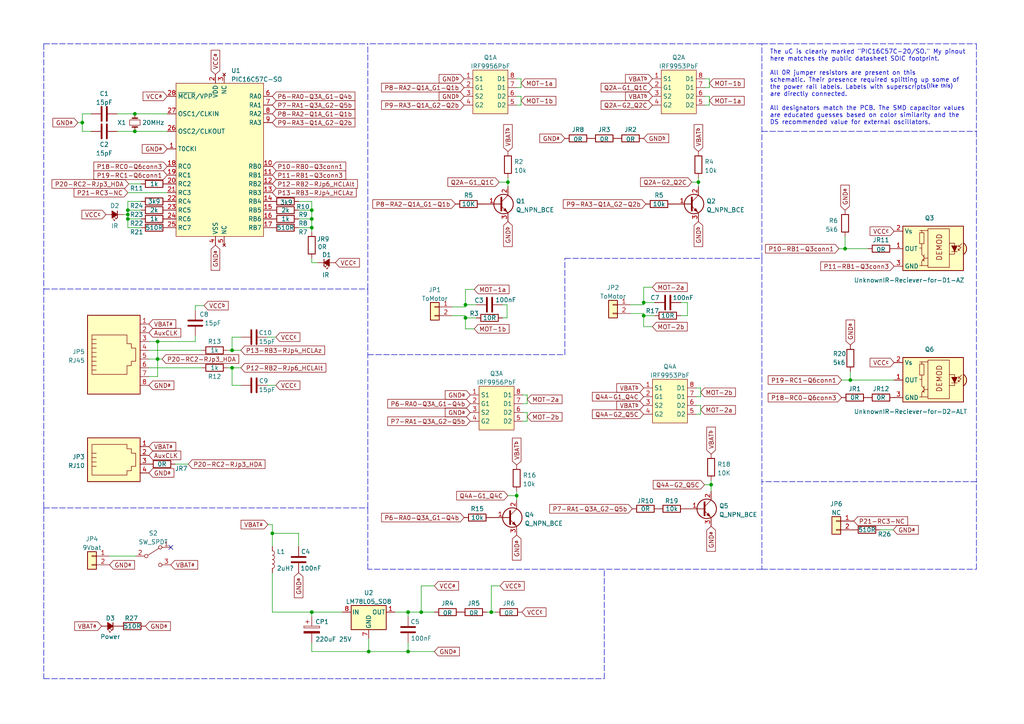
<source format=kicad_sch>
(kicad_sch (version 20211123) (generator eeschema)
  (paper "A4")
  (title_block (title "ETX60 Reverse Traced Schematic") (date "2022-05-15") (rev "1.1") (company "github.com/Upcycle-Electronics") (comment 1 "Early board revision marked \"2000 Meade Instruments Corp. 15-6855-00 REV B-C\"") (comment 2 "This document likely contains human errors. Use this at your own risk.") (comment 3 "Use this as a starting point for your own repair attempts."))
  (lib_symbols
    (symbol "Connector:RJ10" (pin_names (offset 1.016))
      (property "Reference" "J" (at -5.08 8.89 0))
      (property "Value" "RJ10" (at 2.54 8.89 0))
      (symbol "RJ10_0_1"
        (polyline (pts (xy -6.35 -0.635) (xy -5.08 -0.635) (xy -5.08 -0.635)))
        (polyline (pts (xy -6.35 0.635) (xy -5.08 0.635) (xy -5.08 0.635)))
        (polyline (pts (xy -6.35 1.905) (xy -5.08 1.905) (xy -5.08 1.905)))
        (polyline (pts (xy -6.35 3.175) (xy -5.08 3.175) (xy -5.08 3.175)))
        (polyline (pts (xy -6.35 -3.175) (xy -6.35 5.715) (xy -1.27 5.715) (xy 3.81 5.715) (xy 3.81 4.445) (xy 5.08 4.445) (xy 5.08 3.175) (xy 6.35 3.175) (xy 6.35 -0.635) (xy 5.08 -0.635) (xy 5.08 -1.905) (xy 3.81 -1.905) (xy 3.81 -3.175) (xy -6.35 -3.175) (xy -6.35 -3.175)))
        (rectangle (start 7.62 7.62) (end -7.62 -5.08) (stroke (width 0.254)) (fill (type background)))
      )
      (symbol "RJ10_1_1"
        (pin passive line (at 10.16 -2.54 180) (length 2.54) (name "~") (number "1"))
        (pin passive line (at 10.16 0 180) (length 2.54) (name "~") (number "2"))
        (pin passive line (at 10.16 2.54 180) (length 2.54) (name "~") (number "3"))
        (pin passive line (at 10.16 5.08 180) (length 2.54) (name "~") (number "4"))
      )
    )
    (symbol "Connector:RJ45" (pin_names (offset 1.016))
      (property "Reference" "J" (at -5.08 13.97 0))
      (property "Value" "RJ45" (at 2.54 13.97 0))
      (symbol "RJ45_0_1"
        (polyline (pts (xy -5.08 4.445) (xy -6.35 4.445)))
        (polyline (pts (xy -5.08 5.715) (xy -6.35 5.715)))
        (polyline (pts (xy -6.35 -3.175) (xy -5.08 -3.175) (xy -5.08 -3.175)))
        (polyline (pts (xy -6.35 -1.905) (xy -5.08 -1.905) (xy -5.08 -1.905)))
        (polyline (pts (xy -6.35 -0.635) (xy -5.08 -0.635) (xy -5.08 -0.635)))
        (polyline (pts (xy -6.35 0.635) (xy -5.08 0.635) (xy -5.08 0.635)))
        (polyline (pts (xy -6.35 1.905) (xy -5.08 1.905) (xy -5.08 1.905)))
        (polyline (pts (xy -5.08 3.175) (xy -6.35 3.175) (xy -6.35 3.175)))
        (polyline (pts (xy -6.35 -4.445) (xy -6.35 6.985) (xy 3.81 6.985) (xy 3.81 4.445) (xy 5.08 4.445) (xy 5.08 3.175) (xy 6.35 3.175) (xy 6.35 -0.635) (xy 5.08 -0.635) (xy 5.08 -1.905) (xy 3.81 -1.905) (xy 3.81 -4.445) (xy -6.35 -4.445) (xy -6.35 -4.445)))
        (rectangle (start 7.62 12.7) (end -7.62 -10.16) (stroke (width 0.254)) (fill (type background)))
      )
      (symbol "RJ45_1_1"
        (pin passive line (at 10.16 -7.62 180) (length 2.54) (name "~") (number "1"))
        (pin passive line (at 10.16 -5.08 180) (length 2.54) (name "~") (number "2"))
        (pin passive line (at 10.16 -2.54 180) (length 2.54) (name "~") (number "3"))
        (pin passive line (at 10.16 0 180) (length 2.54) (name "~") (number "4"))
        (pin passive line (at 10.16 2.54 180) (length 2.54) (name "~") (number "5"))
        (pin passive line (at 10.16 5.08 180) (length 2.54) (name "~") (number "6"))
        (pin passive line (at 10.16 7.62 180) (length 2.54) (name "~") (number "7"))
        (pin passive line (at 10.16 10.16 180) (length 2.54) (name "~") (number "8"))
      )
    )
    (symbol "Connector_Generic:Conn_01x02" (pin_names (offset 1.016) hide)
      (property "Reference" "J" (at 0 2.54 0))
      (property "Value" "Conn_01x02" (at 0 -5.08 0))
      (symbol "Conn_01x02_1_1"
        (rectangle (start -1.27 -2.413) (end 0 -2.667) (stroke (width 0.1524)))
        (rectangle (start -1.27 0.127) (end 0 -0.127) (stroke (width 0.1524)))
        (rectangle (start -1.27 1.27) (end 1.27 -3.81) (stroke (width 0.254)) (fill (type background)))
        (pin passive line (at -5.08 0 0) (length 3.81) (name "Pin_1") (number "1"))
        (pin passive line (at -5.08 -2.54 0) (length 3.81) (name "Pin_2") (number "2"))
      )
    )
    (symbol "Device:C" (pin_numbers hide) (pin_names (offset 0.254))
      (property "Reference" "C" (at 0.635 2.54 0))
      (property "Value" "C" (at 0.635 -2.54 0))
      (symbol "C_0_1"
        (polyline (pts (xy -2.032 -0.762) (xy 2.032 -0.762)) (stroke (width 0.508)))
        (polyline (pts (xy -2.032 0.762) (xy 2.032 0.762)) (stroke (width 0.508)))
      )
      (symbol "C_1_1"
        (pin passive line (at 0 3.81 270) (length 2.794) (name "~") (number "1"))
        (pin passive line (at 0 -3.81 90) (length 2.794) (name "~") (number "2"))
      )
    )
    (symbol "Device:C_Polarized" (pin_numbers hide) (pin_names (offset 0.254))
      (property "Reference" "C" (at 0.635 2.54 0))
      (property "Value" "C_Polarized" (at 0.635 -2.54 0))
      (symbol "C_Polarized_0_1"
        (rectangle (start -2.286 0.508) (end 2.286 1.016))
        (polyline (pts (xy -1.778 2.286) (xy -0.762 2.286)))
        (polyline (pts (xy -1.27 2.794) (xy -1.27 1.778)))
        (rectangle (start 2.286 -0.508) (end -2.286 -1.016) (fill (type outline)))
      )
      (symbol "C_Polarized_1_1"
        (pin passive line (at 0 3.81 270) (length 2.794) (name "~") (number "1"))
        (pin passive line (at 0 -3.81 90) (length 2.794) (name "~") (number "2"))
      )
    )
    (symbol "Device:Crystal_Small" (pin_numbers hide) (pin_names (offset 1.016) hide)
      (property "Reference" "Y" (at 0 2.54 0))
      (property "Value" "Crystal_Small" (at 0 -2.54 0))
      (symbol "Crystal_Small_0_1"
        (rectangle (start -0.762 -1.524) (end 0.762 1.524))
        (polyline (pts (xy -1.27 -0.762) (xy -1.27 0.762)) (stroke (width 0.381)))
        (polyline (pts (xy 1.27 -0.762) (xy 1.27 0.762)) (stroke (width 0.381)))
      )
      (symbol "Crystal_Small_1_1"
        (pin passive line (at -2.54 0 0) (length 1.27) (name "1") (number "1"))
        (pin passive line (at 2.54 0 180) (length 1.27) (name "2") (number "2"))
      )
    )
    (symbol "Device:L" (pin_numbers hide) (pin_names (offset 1.016) hide)
      (property "Reference" "L" (at -1.27 0 90))
      (property "Value" "L" (at 1.905 0 90))
      (symbol "L_0_1"
        (arc (start 0 -2.54) (mid 0.635 -1.905) (end 0 -1.27))
        (arc (start 0 -1.27) (mid 0.635 -0.635) (end 0 0))
        (arc (start 0 0) (mid 0.635 0.635) (end 0 1.27))
        (arc (start 0 1.27) (mid 0.635 1.905) (end 0 2.54))
      )
      (symbol "L_1_1"
        (pin passive line (at 0 3.81 270) (length 1.27) (name "1") (number "1"))
        (pin passive line (at 0 -3.81 90) (length 1.27) (name "2") (number "2"))
      )
    )
    (symbol "Device:LED_Small_Filled" (pin_numbers hide) (pin_names (offset 0.254) hide)
      (property "Reference" "D" (at -1.27 3.175 0))
      (property "Value" "LED_Small_Filled" (at -4.445 -2.54 0))
      (symbol "LED_Small_Filled_0_1"
        (polyline (pts (xy -0.762 -1.016) (xy -0.762 1.016)) (stroke (width 0.254)))
        (polyline (pts (xy 1.016 0) (xy -0.762 0)))
        (polyline (pts (xy 0.762 -1.016) (xy -0.762 0) (xy 0.762 1.016) (xy 0.762 -1.016)) (stroke (width 0.254)) (fill (type outline)))
        (polyline (pts (xy 0 0.762) (xy -0.508 1.27) (xy -0.254 1.27) (xy -0.508 1.27) (xy -0.508 1.016)))
        (polyline (pts (xy 0.508 1.27) (xy 0 1.778) (xy 0.254 1.778) (xy 0 1.778) (xy 0 1.524)))
      )
      (symbol "LED_Small_Filled_1_1"
        (pin passive line (at -2.54 0 0) (length 1.778) (name "K") (number "1"))
        (pin passive line (at 2.54 0 180) (length 1.778) (name "A") (number "2"))
      )
    )
    (symbol "Device:Q_NPN_BCE" (pin_names (offset 0) hide)
      (property "Reference" "Q" (at 5.08 1.27 0))
      (property "Value" "Q_NPN_BCE" (at 5.08 -1.27 0))
      (symbol "Q_NPN_BCE_0_1"
        (polyline (pts (xy 0.635 0.635) (xy 2.54 2.54)))
        (polyline (pts (xy 0.635 -0.635) (xy 2.54 -2.54) (xy 2.54 -2.54)))
        (polyline (pts (xy 0.635 1.905) (xy 0.635 -1.905) (xy 0.635 -1.905)) (stroke (width 0.508)))
        (polyline (pts (xy 1.27 -1.778) (xy 1.778 -1.27) (xy 2.286 -2.286) (xy 1.27 -1.778) (xy 1.27 -1.778)) (fill (type outline)))
        (circle (center 1.27 0) (radius 2.8194) (stroke (width 0.254)))
      )
      (symbol "Q_NPN_BCE_1_1"
        (pin input line (at -5.08 0 0) (length 5.715) (name "B") (number "1"))
        (pin passive line (at 2.54 5.08 270) (length 2.54) (name "C") (number "2"))
        (pin passive line (at 2.54 -5.08 90) (length 2.54) (name "E") (number "3"))
      )
    )
    (symbol "Device:R" (pin_numbers hide) (pin_names (offset 0))
      (property "Reference" "R" (at 2.032 0 90))
      (property "Value" "R" (at 0 0 90))
      (symbol "R_0_1"
        (rectangle (start -1.016 -2.54) (end 1.016 2.54) (stroke (width 0.254)))
      )
      (symbol "R_1_1"
        (pin passive line (at 0 3.81 270) (length 1.27) (name "~") (number "1"))
        (pin passive line (at 0 -3.81 90) (length 1.27) (name "~") (number "2"))
      )
    )
    (symbol "My_Components:IRF9953PbF"
      (property "Reference" "Q" (at -5.08 10.16 0))
      (property "Value" "IRF9953PbF" (at 0 7.62 0))
      (symbol "IRF9953PbF_0_1"
        (rectangle (start -5.08 6.35) (end 5.08 -6.35) (stroke (width 0.1524)) (fill (type background)))
      )
      (symbol "IRF9953PbF_1_1"
        (pin input line (at -7.62 3.81 0) (length 2.54) (name "S1") (number "1"))
        (pin input line (at -7.62 1.27 0) (length 2.54) (name "G1") (number "2"))
        (pin input line (at -7.62 -1.27 0) (length 2.54) (name "S2") (number "3"))
        (pin input line (at -7.62 -3.81 0) (length 2.54) (name "G2") (number "4"))
        (pin input line (at 7.62 -3.81 180) (length 2.54) (name "D2") (number "5"))
        (pin input line (at 7.62 -1.27 180) (length 2.54) (name "D2") (number "6"))
        (pin input line (at 7.62 1.27 180) (length 2.54) (name "D1") (number "7"))
        (pin input line (at 7.62 3.81 180) (length 2.54) (name "D1") (number "8"))
      )
    )
    (symbol "My_Components:IRF9956PbF"
      (property "Reference" "Q" (at -5.08 10.16 0))
      (property "Value" "IRF9956PbF" (at 0 7.62 0))
      (symbol "IRF9956PbF_0_1"
        (rectangle (start -5.08 6.35) (end 5.08 -6.35) (stroke (width 0.1524)) (fill (type background)))
      )
      (symbol "IRF9956PbF_1_1"
        (pin input line (at -7.62 3.81 0) (length 2.54) (name "S1") (number "1"))
        (pin input line (at -7.62 1.27 0) (length 2.54) (name "G1") (number "2"))
        (pin input line (at -7.62 -1.27 0) (length 2.54) (name "S2") (number "3"))
        (pin input line (at -7.62 -3.81 0) (length 2.54) (name "G2") (number "4"))
        (pin input line (at 7.62 -3.81 180) (length 2.54) (name "D2") (number "5"))
        (pin input line (at 7.62 -1.27 180) (length 2.54) (name "D2") (number "6"))
        (pin input line (at 7.62 1.27 180) (length 2.54) (name "D1") (number "7"))
        (pin input line (at 7.62 3.81 180) (length 2.54) (name "D1") (number "8"))
      )
    )
    (symbol "My_Components:PIC16C57C-SO"
      (property "Reference" "U" (at 3.81 25.4 0))
      (property "Value" "PIC16C57C-SO" (at 10.16 22.86 0))
      (symbol "PIC16C57C-SO_0_0"
        (text "" (at -5.08 16.51 0) (effects (font (size 1.27 1.27))))
        (text "" (at 3.81 2.54 0) (effects (font (size 1.27 1.27))))
        (text "" (at 3.81 6.35 0) (effects (font (size 1.27 1.27))))
      )
      (symbol "PIC16C57C-SO_0_1"
        (rectangle (start -12.7 21.59) (end 12.7 -22.86) (stroke (width 0.1524)) (fill (type background)))
      )
      (symbol "PIC16C57C-SO_1_1"
        (pin input line (at -15.24 2.54 0) (length 2.54) (name "T0CKI") (number "1"))
        (pin input line (at 15.24 -2.54 180) (length 2.54) (name "RB0") (number "10"))
        (pin input line (at 15.24 -5.08 180) (length 2.54) (name "RB1") (number "11"))
        (pin input line (at 15.24 -7.62 180) (length 2.54) (name "RB2") (number "12"))
        (pin input line (at 15.24 -10.16 180) (length 2.54) (name "RB3") (number "13"))
        (pin input line (at 15.24 -12.7 180) (length 2.54) (name "RB4") (number "14"))
        (pin input line (at 15.24 -15.24 180) (length 2.54) (name "RB5") (number "15"))
        (pin input line (at 15.24 -17.78 180) (length 2.54) (name "RB6") (number "16"))
        (pin input line (at 15.24 -20.32 180) (length 2.54) (name "RB7") (number "17"))
        (pin input line (at -15.24 -2.54 0) (length 2.54) (name "RC0") (number "18"))
        (pin input line (at -15.24 -5.08 0) (length 2.54) (name "RC1") (number "19"))
        (pin input line (at -1.27 24.13 270) (length 2.54) (name "VDD") (number "2"))
        (pin input line (at -15.24 -7.62 0) (length 2.54) (name "RC2") (number "20"))
        (pin input line (at -15.24 -10.16 0) (length 2.54) (name "RC3") (number "21"))
        (pin input line (at -15.24 -12.7 0) (length 2.54) (name "RC4") (number "22"))
        (pin input line (at -15.24 -15.24 0) (length 2.54) (name "RC5") (number "23"))
        (pin input line (at -15.24 -17.78 0) (length 2.54) (name "RC6") (number "24"))
        (pin input line (at -15.24 -20.32 0) (length 2.54) (name "RC7") (number "25"))
        (pin input line (at -15.24 7.62 0) (length 2.54) (name "OSC2/CLKOUT") (number "26"))
        (pin input line (at -15.24 12.7 0) (length 2.54) (name "OSC1/CLKIN") (number "27"))
        (pin input line (at -15.24 17.78 0) (length 2.54) (name "~{MCLR}/VPP") (number "28"))
        (pin no_connect line (at 1.27 24.13 270) (length 2.54) (name "NC") (number "3"))
        (pin input line (at -1.27 -25.4 90) (length 2.54) (name "VSS") (number "4"))
        (pin no_connect line (at 1.27 -25.4 90) (length 2.54) (name "NC") (number "5"))
        (pin input line (at 15.24 17.78 180) (length 2.54) (name "RA0") (number "6"))
        (pin input line (at 15.24 15.24 180) (length 2.54) (name "RA1") (number "7"))
        (pin input line (at 15.24 12.7 180) (length 2.54) (name "RA2") (number "8"))
        (pin input line (at 15.24 10.16 180) (length 2.54) (name "RA3") (number "9"))
      )
    )
    (symbol "My_Components:UnknownIR-Reciever"
      (property "Reference" "U" (at -8.89 0 0))
      (property "Value" "UnknownIR-Reciever" (at -10.16 -7.62 0))
      (symbol "UnknownIR-Reciever_0_0"
        (arc (start -20.2179 1.5875) (mid -21.0208 0) (end -20.2179 -1.5875) (stroke (width 0.254)) (fill (type background)))
        (polyline (pts (xy -8.0259 -4.8895) (xy -9.8039 -4.8895)))
        (polyline (pts (xy -8.0259 5.2705) (xy -9.8039 5.2705)))
        (text "DEMOD" (at -13.1059 0.4445 900) (effects (font (size 1.524 1.524))))
      )
      (symbol "UnknownIR-Reciever_0_1"
        (rectangle (start -20.0909 6.5405) (end -2.54 -6.35) (stroke (width 0.254)) (fill (type background)))
        (rectangle (start -16.0269 5.7785) (end -9.8039 -5.3975))
        (rectangle (start -7.3909 1.4605) (end -8.6609 4.6355))
        (polyline (pts (xy -18.6939 0.5715) (xy -19.5829 1.4605)))
        (polyline (pts (xy -18.6939 0.5715) (xy -19.2019 0.5715)))
        (polyline (pts (xy -18.6939 0.5715) (xy -18.6939 1.0795)))
        (polyline (pts (xy -18.5669 -0.4445) (xy -19.4559 0.4445)))
        (polyline (pts (xy -18.5669 -0.4445) (xy -19.0749 -0.4445)))
        (polyline (pts (xy -18.5669 -0.4445) (xy -18.5669 0.0635)))
        (polyline (pts (xy -18.3129 -0.8255) (xy -16.6619 -0.8255)))
        (polyline (pts (xy -8.6609 -2.7305) (xy -9.8039 -2.7305)))
        (polyline (pts (xy -8.6609 -1.7145) (xy -8.6609 -3.6195)))
        (polyline (pts (xy -8.5339 -3.3655) (xy -8.4069 -3.3655)))
        (polyline (pts (xy -8.2799 -3.3655) (xy -8.4069 -3.3655)))
        (polyline (pts (xy -8.2799 -3.3655) (xy -8.2799 -3.1115)))
        (polyline (pts (xy -8.0259 0.1905) (xy -8.0259 1.4605)))
        (polyline (pts (xy -8.0259 4.6355) (xy -8.0259 5.2705) (xy -7.3909 5.2705)))
        (polyline (pts (xy -18.3129 0.8255) (xy -16.6619 0.8255) (xy -17.5509 -0.8255) (xy -18.3129 0.8255)) (fill (type outline)))
        (polyline (pts (xy -16.0269 1.5875) (xy -17.5509 1.5875) (xy -17.5509 -1.5875) (xy -16.0269 -1.5875)))
        (polyline (pts (xy -8.6609 -2.9845) (xy -8.0259 -3.6195) (xy -8.0259 -4.8895) (xy -7.3909 -4.8895)))
        (polyline (pts (xy -8.6609 -2.3495) (xy -8.0259 -1.7145) (xy -8.0259 0.1905) (xy -7.3909 0.1905)))
      )
      (symbol "UnknownIR-Reciever_1_1"
        (pin output line (at 0 0 180) (length 2.54) (name "OUT") (number "1"))
        (pin power_in line (at 0 5.08 180) (length 2.54) (name "Vs") (number "2"))
        (pin power_in line (at 0 -5.08 180) (length 2.54) (name "GND") (number "3"))
      )
    )
    (symbol "Regulator_Linear:LM78L05_SO8" (pin_names (offset 0.254))
      (property "Reference" "U" (at -3.81 3.175 0))
      (property "Value" "LM78L05_SO8" (at 0 3.175 0))
      (symbol "LM78L05_SO8_0_1"
        (rectangle (start -5.08 1.905) (end 5.08 -5.08) (stroke (width 0.254)) (fill (type background)))
      )
      (symbol "LM78L05_SO8_1_1"
        (pin power_out line (at 7.62 0 180) (length 2.54) (name "OUT") (number "1"))
        (pin passive line (at 0 -7.62 90) (length 2.54) hide (name "GND") (number "2"))
        (pin passive line (at 0 -7.62 90) (length 2.54) hide (name "GND") (number "3"))
        (pin no_connect line (at -5.08 -2.54 0) (length 2.54) hide (name "NC") (number "4"))
        (pin no_connect line (at 5.08 -2.54 180) (length 2.54) hide (name "NC") (number "5"))
        (pin passive line (at 0 -7.62 90) (length 2.54) hide (name "GND") (number "6"))
        (pin power_in line (at 0 -7.62 90) (length 2.54) (name "GND") (number "7"))
        (pin power_in line (at -7.62 0 0) (length 2.54) (name "IN") (number "8"))
      )
    )
    (symbol "Switch:SW_SPDT" (pin_names (offset 0) hide)
      (property "Reference" "SW" (at 0 4.318 0))
      (property "Value" "SW_SPDT" (at 0 -5.08 0))
      (symbol "SW_SPDT_0_0"
        (circle (center -2.032 0) (radius 0.508))
        (circle (center 2.032 -2.54) (radius 0.508))
      )
      (symbol "SW_SPDT_0_1"
        (polyline (pts (xy -1.524 0.254) (xy 1.651 2.286)))
        (circle (center 2.032 2.54) (radius 0.508))
      )
      (symbol "SW_SPDT_1_1"
        (pin passive line (at 5.08 2.54 180) (length 2.54) (name "A") (number "1"))
        (pin passive line (at -5.08 0 0) (length 2.54) (name "B") (number "2"))
        (pin passive line (at 5.08 -2.54 180) (length 2.54) (name "C") (number "3"))
      )
    )
  )
  (junction (at 37.084 62.23))
  (junction (at 90.424 66.04))
  (junction (at 45.72 99.06))
  (junction (at 246.634 110.236))
  (junction (at 39.116 38.1))
  (junction (at 67.31 101.6))
  (junction (at 90.424 60.96))
  (junction (at 202.565 52.832))
  (junction (at 45.72 104.14))
  (junction (at 135.001 88.392))
  (junction (at 23.876 35.56))
  (junction (at 122.174 177.546))
  (junction (at 78.994 154.686))
  (junction (at 39.116 33.02))
  (junction (at 118.364 188.976))
  (junction (at 106.934 188.976))
  (junction (at 147.32 52.832))
  (junction (at 118.364 177.546))
  (junction (at 142.494 177.546))
  (junction (at 90.424 177.546))
  (junction (at 206.248 140.589))
  (junction (at 135.001 92.202))
  (junction (at 67.31 106.68))
  (junction (at 245.11 72.136))
  (junction (at 37.084 63.5))
  (junction (at 90.424 63.5))
  (junction (at 37.084 60.96))
  (junction (at 186.69 87.757))
  (junction (at 149.86 143.764))
  (junction (at 186.69 91.567))
  (no_connect (at 49.53 158.75))
  (wire (pts (xy 204.47 25.4) (xy 205.74 25.4)))
  (wire (pts (xy 23.876 38.1) (xy 26.416 38.1)))
  (wire (pts (xy 149.86 30.48) (xy 151.13 30.48)))
  (wire (pts (xy 37.084 55.88) (xy 48.514 55.88)))
  (polyline (pts (xy 283.21 165.1) (xy 283.21 139.7)))
  (wire (pts (xy 245.11 72.136) (xy 251.714 72.136)))
  (wire (pts (xy 77.47 97.79) (xy 80.01 97.79)))
  (wire (pts (xy 40.894 66.04) (xy 37.084 66.04)))
  (polyline (pts (xy 165.1 165.1) (xy 106.68 165.1)))
  (polyline (pts (xy 220.98 38.1) (xy 283.21 38.1)))
  (wire (pts (xy 199.39 91.567) (xy 199.39 87.757)))
  (wire (pts (xy 141.224 177.546) (xy 142.494 177.546)))
  (wire (pts (xy 246.634 107.696) (xy 246.634 110.236)))
  (wire (pts (xy 189.23 83.312) (xy 186.69 83.312)))
  (wire (pts (xy 204.343 140.589) (xy 206.248 140.589)))
  (wire (pts (xy 90.424 67.31) (xy 90.424 66.04)))
  (wire (pts (xy 106.934 185.166) (xy 106.934 188.976)))
  (wire (pts (xy 22.606 35.56) (xy 23.876 35.56)))
  (wire (pts (xy 147.066 92.202) (xy 145.796 92.202)))
  (wire (pts (xy 35.814 62.23) (xy 37.084 62.23)))
  (wire (pts (xy 135.001 89.027) (xy 135.001 88.392)))
  (wire (pts (xy 149.86 143.764) (xy 149.86 145.034)))
  (wire (pts (xy 37.084 60.96) (xy 40.894 60.96)))
  (wire (pts (xy 39.116 38.1) (xy 48.514 38.1)))
  (wire (pts (xy 106.934 188.976) (xy 118.364 188.976)))
  (wire (pts (xy 43.18 106.68) (xy 58.42 106.68)))
  (wire (pts (xy 151.13 27.94) (xy 149.86 27.94)))
  (wire (pts (xy 56.642 88.646) (xy 59.182 88.646)))
  (wire (pts (xy 135.001 95.377) (xy 135.001 92.202)))
  (wire (pts (xy 90.424 76.2) (xy 92.202 76.2)))
  (wire (pts (xy 90.424 177.546) (xy 90.424 178.816)))
  (wire (pts (xy 243.332 72.136) (xy 245.11 72.136)))
  (polyline (pts (xy 12.7 147.32) (xy 12.7 196.85)))
  (wire (pts (xy 43.18 99.06) (xy 45.72 99.06)))
  (wire (pts (xy 203.2 115.062) (xy 203.2 112.522)))
  (wire (pts (xy 23.876 33.02) (xy 23.876 35.56)))
  (wire (pts (xy 135.001 83.947) (xy 135.001 88.392)))
  (polyline (pts (xy 283.21 38.1) (xy 283.21 139.7)))
  (wire (pts (xy 90.424 74.93) (xy 90.424 76.2)))
  (wire (pts (xy 186.69 91.567) (xy 186.69 90.932)))
  (wire (pts (xy 43.18 109.22) (xy 45.72 109.22)))
  (polyline (pts (xy 12.7 147.32) (xy 106.68 147.32)))
  (wire (pts (xy 152.908 114.554) (xy 151.638 114.554)))
  (wire (pts (xy 203.2 112.522) (xy 201.93 112.522)))
  (wire (pts (xy 142.494 169.926) (xy 145.034 169.926)))
  (wire (pts (xy 37.084 58.42) (xy 40.894 58.42)))
  (wire (pts (xy 118.364 188.976) (xy 125.984 188.976)))
  (wire (pts (xy 131.191 89.027) (xy 135.001 89.027)))
  (wire (pts (xy 67.31 97.79) (xy 69.85 97.79)))
  (polyline (pts (xy 163.83 102.87) (xy 163.83 74.93)))
  (wire (pts (xy 78.994 152.146) (xy 78.994 154.686)))
  (wire (pts (xy 67.31 106.68) (xy 67.31 111.76)))
  (wire (pts (xy 203.2 120.142) (xy 203.2 117.602)))
  (wire (pts (xy 90.424 60.96) (xy 86.614 60.96)))
  (wire (pts (xy 37.338 53.34) (xy 40.894 53.34)))
  (polyline (pts (xy 220.98 74.93) (xy 220.98 165.1)))
  (wire (pts (xy 205.74 22.86) (xy 204.47 22.86)))
  (wire (pts (xy 86.614 63.5) (xy 90.424 63.5)))
  (wire (pts (xy 86.614 66.04) (xy 90.424 66.04)))
  (wire (pts (xy 125.984 169.926) (xy 122.174 169.926)))
  (polyline (pts (xy 283.21 12.7) (xy 283.21 38.1)))
  (wire (pts (xy 67.31 111.76) (xy 69.85 111.76)))
  (wire (pts (xy 186.69 87.757) (xy 189.865 87.757)))
  (wire (pts (xy 152.908 122.174) (xy 152.908 119.634)))
  (wire (pts (xy 147.32 143.764) (xy 149.86 143.764)))
  (wire (pts (xy 86.614 154.686) (xy 78.994 154.686)))
  (wire (pts (xy 203.2 117.602) (xy 201.93 117.602)))
  (wire (pts (xy 77.724 152.146) (xy 78.994 152.146)))
  (wire (pts (xy 137.541 83.947) (xy 135.001 83.947)))
  (polyline (pts (xy 163.83 74.93) (xy 220.98 74.93)))
  (wire (pts (xy 244.094 110.236) (xy 246.634 110.236)))
  (wire (pts (xy 37.084 63.5) (xy 40.894 63.5)))
  (wire (pts (xy 182.88 88.392) (xy 186.69 88.392)))
  (wire (pts (xy 56.642 97.536) (xy 56.642 99.06)))
  (wire (pts (xy 144.78 52.832) (xy 147.32 52.832)))
  (wire (pts (xy 206.248 139.319) (xy 206.248 140.589)))
  (wire (pts (xy 202.565 52.832) (xy 202.565 54.102)))
  (wire (pts (xy 205.74 27.94) (xy 204.47 27.94)))
  (wire (pts (xy 118.364 186.436) (xy 118.364 188.976)))
  (wire (pts (xy 67.31 101.6) (xy 67.31 97.79)))
  (wire (pts (xy 151.13 25.4) (xy 151.13 22.86)))
  (wire (pts (xy 151.13 30.48) (xy 151.13 27.94)))
  (wire (pts (xy 189.865 91.567) (xy 186.69 91.567)))
  (wire (pts (xy 45.72 104.14) (xy 45.72 109.22)))
  (polyline (pts (xy 220.98 12.7) (xy 283.21 12.7)))
  (wire (pts (xy 90.424 58.42) (xy 90.424 60.96)))
  (wire (pts (xy 90.424 186.436) (xy 90.424 188.976)))
  (wire (pts (xy 152.908 119.634) (xy 151.638 119.634)))
  (wire (pts (xy 197.485 91.567) (xy 199.39 91.567)))
  (wire (pts (xy 145.796 88.392) (xy 147.066 88.392)))
  (wire (pts (xy 43.18 101.6) (xy 58.42 101.6)))
  (polyline (pts (xy 106.68 165.1) (xy 106.68 147.32)))
  (wire (pts (xy 34.036 38.1) (xy 39.116 38.1)))
  (wire (pts (xy 189.23 94.742) (xy 186.69 94.742)))
  (wire (pts (xy 201.93 115.062) (xy 203.2 115.062)))
  (wire (pts (xy 37.084 66.04) (xy 37.084 63.5)))
  (wire (pts (xy 86.614 158.496) (xy 86.614 154.686)))
  (wire (pts (xy 202.565 51.562) (xy 202.565 52.832)))
  (wire (pts (xy 77.47 111.76) (xy 80.01 111.76)))
  (wire (pts (xy 149.86 25.4) (xy 151.13 25.4)))
  (polyline (pts (xy 12.7 12.7) (xy 12.7 83.82)))
  (wire (pts (xy 147.32 52.832) (xy 147.32 54.102)))
  (wire (pts (xy 118.364 177.546) (xy 122.174 177.546)))
  (wire (pts (xy 39.116 33.02) (xy 48.514 33.02)))
  (wire (pts (xy 37.084 62.23) (xy 37.084 60.96)))
  (wire (pts (xy 78.994 166.116) (xy 78.994 177.546)))
  (wire (pts (xy 151.638 117.094) (xy 152.908 117.094)))
  (wire (pts (xy 147.32 51.562) (xy 147.32 52.832)))
  (wire (pts (xy 37.084 63.5) (xy 37.084 62.23)))
  (wire (pts (xy 67.31 101.6) (xy 69.85 101.6)))
  (wire (pts (xy 186.69 83.312) (xy 186.69 87.757)))
  (wire (pts (xy 245.11 68.58) (xy 245.11 72.136)))
  (wire (pts (xy 200.66 52.832) (xy 202.565 52.832)))
  (wire (pts (xy 206.248 140.589) (xy 206.248 142.494)))
  (polyline (pts (xy 12.7 196.85) (xy 175.26 196.85)))
  (wire (pts (xy 151.13 22.86) (xy 149.86 22.86)))
  (wire (pts (xy 26.416 33.02) (xy 23.876 33.02)))
  (wire (pts (xy 45.72 99.06) (xy 45.72 104.14)))
  (wire (pts (xy 152.908 117.094) (xy 152.908 114.554)))
  (polyline (pts (xy 220.98 74.93) (xy 220.98 12.7)))
  (wire (pts (xy 246.634 110.236) (xy 259.334 110.236)))
  (wire (pts (xy 90.424 188.976) (xy 106.934 188.976)))
  (wire (pts (xy 142.494 177.546) (xy 142.494 169.926)))
  (wire (pts (xy 56.642 89.916) (xy 56.642 88.646)))
  (wire (pts (xy 78.994 177.546) (xy 90.424 177.546)))
  (wire (pts (xy 138.176 92.202) (xy 135.001 92.202)))
  (wire (pts (xy 31.75 161.29) (xy 39.37 161.29)))
  (wire (pts (xy 122.174 169.926) (xy 122.174 177.546)))
  (wire (pts (xy 135.001 91.567) (xy 131.191 91.567)))
  (wire (pts (xy 135.001 92.202) (xy 135.001 91.567)))
  (polyline (pts (xy 12.7 83.82) (xy 12.7 147.32)))
  (wire (pts (xy 118.364 177.546) (xy 118.364 178.816)))
  (wire (pts (xy 45.72 99.06) (xy 56.642 99.06)))
  (polyline (pts (xy 106.68 102.87) (xy 163.83 102.87)))
  (wire (pts (xy 186.69 88.392) (xy 186.69 87.757)))
  (wire (pts (xy 90.424 60.96) (xy 90.424 63.5)))
  (wire (pts (xy 23.876 35.56) (xy 23.876 38.1)))
  (wire (pts (xy 78.994 154.686) (xy 78.994 158.496)))
  (wire (pts (xy 205.74 30.48) (xy 205.74 27.94)))
  (wire (pts (xy 45.72 104.14) (xy 46.99 104.14)))
  (wire (pts (xy 122.174 177.546) (xy 125.984 177.546)))
  (polyline (pts (xy 12.7 83.82) (xy 106.68 83.82)))
  (polyline (pts (xy 220.98 12.7) (xy 106.68 12.7)))
  (wire (pts (xy 199.39 87.757) (xy 197.485 87.757)))
  (wire (pts (xy 90.424 177.546) (xy 99.314 177.546)))
  (wire (pts (xy 66.04 101.6) (xy 67.31 101.6)))
  (wire (pts (xy 43.18 104.14) (xy 45.72 104.14)))
  (wire (pts (xy 147.066 88.392) (xy 147.066 92.202)))
  (polyline (pts (xy 283.21 139.7) (xy 220.98 139.7)))
  (wire (pts (xy 135.001 88.392) (xy 138.176 88.392)))
  (wire (pts (xy 137.541 95.377) (xy 135.001 95.377)))
  (polyline (pts (xy 106.68 147.32) (xy 106.68 83.82)))
  (wire (pts (xy 204.47 30.48) (xy 205.74 30.48)))
  (polyline (pts (xy 220.98 165.1) (xy 283.21 165.1)))
  (wire (pts (xy 142.494 177.546) (xy 143.764 177.546)))
  (wire (pts (xy 205.74 25.4) (xy 205.74 22.86)))
  (polyline (pts (xy 106.68 83.82) (xy 106.68 12.7)))
  (wire (pts (xy 90.424 66.04) (xy 90.424 63.5)))
  (wire (pts (xy 149.86 142.494) (xy 149.86 143.764)))
  (wire (pts (xy 50.8 134.62) (xy 54.61 134.62)))
  (wire (pts (xy 34.036 33.02) (xy 39.116 33.02)))
  (wire (pts (xy 114.554 177.546) (xy 118.364 177.546)))
  (polyline (pts (xy 220.98 165.1) (xy 165.1 165.1)))
  (polyline (pts (xy 175.26 196.85) (xy 175.26 165.1)))
  (wire (pts (xy 66.04 106.68) (xy 67.31 106.68)))
  (wire (pts (xy 86.614 58.42) (xy 90.424 58.42)))
  (wire (pts (xy 37.084 60.96) (xy 37.084 58.42)))
  (polyline (pts (xy 12.7 12.7) (xy 106.68 12.7)))
  (wire (pts (xy 151.638 122.174) (xy 152.908 122.174)))
  (wire (pts (xy 67.31 106.68) (xy 69.85 106.68)))
  (wire (pts (xy 186.69 94.742) (xy 186.69 91.567)))
  (wire (pts (xy 255.27 153.67) (xy 259.08 153.67)))
  (wire (pts (xy 201.93 120.142) (xy 203.2 120.142)))
  (wire (pts (xy 186.69 90.932) (xy 182.88 90.932)))
  (text "The uC is clearly marked \"PIC16C57C-20/SO.\" My pinout\nhere matches the public datasheet SOIC footprint.\n\nAll 0R jumper resistors are present on this \nschematic. Their presence required splitting up some of \nthe power rail labels. Labels with superscripts^{(like this)} \nare directly connected. \n\nAll designators match the PCB. The SMD capacitor values\nare educated guesses based on color similarity and the \nDS recommended value for external oscillators. " (at 223.266 36.322 0) (effects (font (size 1.27 1.27)) (justify left bottom)))
  (global_label "MOT-2a" (shape input) (at 152.908 115.824 0) (property "Intersheet References" "${INTERSHEET_REFS}" (effects hide)))
  (global_label "P6-RA0-Q3A_G1-Q4b" (shape input) (at 78.994 27.94 0) (property "Intersheet References" "${INTERSHEET_REFS}" (effects hide)))
  (global_label "VCC^{c}" (shape input) (at 80.01 97.79 0) (property "Intersheet References" "${INTERSHEET_REFS}" (effects hide)))
  (global_label "P13-RB3-RJp4_HCLAz" (shape input) (at 78.994 55.88 0) (property "Intersheet References" "${INTERSHEET_REFS}" (effects hide)))
  (global_label "P20-RC2-RJp3_HDA" (shape input) (at 54.61 134.62 0) (property "Intersheet References" "${INTERSHEET_REFS}" (effects hide)))
  (global_label "GND^{b}" (shape input) (at 134.62 27.94 180) (property "Intersheet References" "${INTERSHEET_REFS}" (effects hide)))
  (global_label "VCC^{b}" (shape input) (at 59.182 88.646 0) (property "Intersheet References" "${INTERSHEET_REFS}" (effects hide)))
  (global_label "VBAT^{a}" (shape input) (at 43.18 93.98 0) (property "Intersheet References" "${INTERSHEET_REFS}" (effects hide)))
  (global_label "P20-RC2-RJp3_HDA" (shape input) (at 46.99 104.14 0) (property "Intersheet References" "${INTERSHEET_REFS}" (effects hide)))
  (global_label "MOT-2a" (shape input) (at 203.2 118.872 0) (property "Intersheet References" "${INTERSHEET_REFS}" (effects hide)))
  (global_label "MOT-1b" (shape input) (at 151.13 29.21 0) (property "Intersheet References" "${INTERSHEET_REFS}" (effects hide)))
  (global_label "GND^{b}" (shape input) (at 134.62 22.86 180) (property "Intersheet References" "${INTERSHEET_REFS}" (effects hide)))
  (global_label "Q4A-G1_Q4C" (shape input) (at 186.69 115.062 180) (property "Intersheet References" "${INTERSHEET_REFS}" (effects hide)))
  (global_label "P7-RA1-Q3A_G2-Q5b" (shape input) (at 78.994 30.48 0) (property "Intersheet References" "${INTERSHEET_REFS}" (effects hide)))
  (global_label "MOT-1a" (shape input) (at 151.13 24.13 0) (property "Intersheet References" "${INTERSHEET_REFS}" (effects hide)))
  (global_label "GND^{b}" (shape input) (at 147.32 64.262 270) (property "Intersheet References" "${INTERSHEET_REFS}" (effects hide)))
  (global_label "VBAT^{a}" (shape input) (at 49.53 163.83 0) (property "Intersheet References" "${INTERSHEET_REFS}" (effects hide)))
  (global_label "P19-RC1-Q6conn1" (shape input) (at 48.514 50.8 180) (property "Intersheet References" "${INTERSHEET_REFS}" (effects hide)))
  (global_label "GND^{a}" (shape input) (at 163.83 40.132 180) (property "Intersheet References" "${INTERSHEET_REFS}" (effects hide)))
  (global_label "GND^{a}" (shape input) (at 22.606 35.56 180) (property "Intersheet References" "${INTERSHEET_REFS}" (effects hide)))
  (global_label "P7-RA1-Q3A_G2-Q5b" (shape input) (at 183.388 147.574 180) (property "Intersheet References" "${INTERSHEET_REFS}" (effects hide)))
  (global_label "GND^{a}" (shape input) (at 62.484 71.12 270) (property "Intersheet References" "${INTERSHEET_REFS}" (effects hide)))
  (global_label "GND^{a}" (shape input) (at 86.614 166.116 270) (property "Intersheet References" "${INTERSHEET_REFS}" (effects hide)))
  (global_label "VCC^{c}" (shape input) (at 259.334 105.156 180) (property "Intersheet References" "${INTERSHEET_REFS}" (effects hide)))
  (global_label "AuxCLK" (shape input) (at 43.18 96.52 0) (property "Intersheet References" "${INTERSHEET_REFS}" (effects hide)))
  (global_label "GND^{a}" (shape input) (at 149.86 155.194 270) (property "Intersheet References" "${INTERSHEET_REFS}" (effects hide)))
  (global_label "GND^{a}" (shape input) (at 245.11 60.96 90) (property "Intersheet References" "${INTERSHEET_REFS}" (effects hide)))
  (global_label "VCC^{b}" (shape input) (at 145.034 169.926 0) (property "Intersheet References" "${INTERSHEET_REFS}" (effects hide)))
  (global_label "GND^{a}" (shape input) (at 246.634 100.076 90) (property "Intersheet References" "${INTERSHEET_REFS}" (effects hide)))
  (global_label "P8-RA2-Q1A_G1-Q1b" (shape input) (at 134.62 25.4 180) (property "Intersheet References" "${INTERSHEET_REFS}" (effects hide)))
  (global_label "P20-RC2-RJp3_HDA" (shape input) (at 37.338 53.34 180) (property "Intersheet References" "${INTERSHEET_REFS}" (effects hide)))
  (global_label "P12-RB2-RJp6_HCLAlt" (shape input) (at 78.994 53.34 0) (property "Intersheet References" "${INTERSHEET_REFS}" (effects hide)))
  (global_label "VBAT^{b}" (shape input) (at 186.69 117.602 180) (property "Intersheet References" "${INTERSHEET_REFS}" (effects hide)))
  (global_label "P7-RA1-Q3A_G2-Q5b" (shape input) (at 136.398 122.174 180) (property "Intersheet References" "${INTERSHEET_REFS}" (effects hide)))
  (global_label "P13-RB3-RJp4_HCLAz" (shape input) (at 69.85 101.6 0) (property "Intersheet References" "${INTERSHEET_REFS}" (effects hide)))
  (global_label "GND^{a}" (shape input) (at 259.08 153.67 0) (property "Intersheet References" "${INTERSHEET_REFS}" (effects hide)))
  (global_label "GND^{a}" (shape input) (at 125.984 188.976 0) (property "Intersheet References" "${INTERSHEET_REFS}" (effects hide)))
  (global_label "P18-RC0-Q6conn3" (shape input) (at 48.514 48.26 180) (property "Intersheet References" "${INTERSHEET_REFS}" (effects hide)))
  (global_label "VBAT^{b}" (shape input) (at 189.23 27.94 180) (property "Intersheet References" "${INTERSHEET_REFS}" (effects hide)))
  (global_label "GND^{a}" (shape input) (at 31.75 163.83 0) (property "Intersheet References" "${INTERSHEET_REFS}" (effects hide)))
  (global_label "VBAT^{a}" (shape input) (at 29.464 181.61 180) (property "Intersheet References" "${INTERSHEET_REFS}" (effects hide)))
  (global_label "P21-RC3-NC" (shape input) (at 247.65 151.13 0) (property "Intersheet References" "${INTERSHEET_REFS}" (effects hide)))
  (global_label "VCC^{a}" (shape input) (at 48.514 27.94 180) (property "Intersheet References" "${INTERSHEET_REFS}" (effects hide)))
  (global_label "MOT-2b" (shape input) (at 203.2 113.792 0) (property "Intersheet References" "${INTERSHEET_REFS}" (effects hide)))
  (global_label "Q2A-G2_Q2C" (shape input) (at 189.23 30.48 180) (property "Intersheet References" "${INTERSHEET_REFS}" (effects hide)))
  (global_label "VCC^{a}" (shape input) (at 125.984 169.926 0) (property "Intersheet References" "${INTERSHEET_REFS}" (effects hide)))
  (global_label "MOT-1a" (shape input) (at 205.74 29.21 0) (property "Intersheet References" "${INTERSHEET_REFS}" (effects hide)))
  (global_label "GND^{a}" (shape input) (at 206.248 152.654 270) (property "Intersheet References" "${INTERSHEET_REFS}" (effects hide)))
  (global_label "MOT-2b" (shape input) (at 152.908 120.904 0) (property "Intersheet References" "${INTERSHEET_REFS}" (effects hide)))
  (global_label "AuxCLK" (shape input) (at 43.18 132.08 0) (property "Intersheet References" "${INTERSHEET_REFS}" (effects hide)))
  (global_label "Q2A-G2_Q2C" (shape input) (at 200.66 52.832 180) (property "Intersheet References" "${INTERSHEET_REFS}" (effects hide)))
  (global_label "VCC^{c}" (shape input) (at 259.334 67.056 180) (property "Intersheet References" "${INTERSHEET_REFS}" (effects hide)))
  (global_label "P8-RA2-Q1A_G1-Q1b" (shape input) (at 132.08 59.182 180) (property "Intersheet References" "${INTERSHEET_REFS}" (effects hide)))
  (global_label "MOT-1b" (shape input) (at 205.74 24.13 0) (property "Intersheet References" "${INTERSHEET_REFS}" (effects hide)))
  (global_label "MOT-2b" (shape input) (at 189.23 94.742 0) (property "Intersheet References" "${INTERSHEET_REFS}" (effects hide)))
  (global_label "P11-RB1-Q3conn3" (shape input) (at 259.334 77.216 180) (property "Intersheet References" "${INTERSHEET_REFS}" (effects hide)))
  (global_label "GND^{a}" (shape input) (at 48.514 43.18 180) (property "Intersheet References" "${INTERSHEET_REFS}" (effects hide)))
  (global_label "P9-RA3-Q1A_G2-Q2b" (shape input) (at 187.325 59.182 180) (property "Intersheet References" "${INTERSHEET_REFS}" (effects hide)))
  (global_label "GND^{b}" (shape input) (at 202.565 64.262 270) (property "Intersheet References" "${INTERSHEET_REFS}" (effects hide)))
  (global_label "GND^{a}" (shape input) (at 136.398 114.554 180) (property "Intersheet References" "${INTERSHEET_REFS}" (effects hide)))
  (global_label "GND^{b}" (shape input) (at 186.69 40.132 0) (property "Intersheet References" "${INTERSHEET_REFS}" (effects hide)))
  (global_label "VCC^{c}" (shape input) (at 151.384 177.546 0) (property "Intersheet References" "${INTERSHEET_REFS}" (effects hide)))
  (global_label "Q2A-G1_Q1C" (shape input) (at 144.78 52.832 180) (property "Intersheet References" "${INTERSHEET_REFS}" (effects hide)))
  (global_label "Q4A-G2_Q5C" (shape input) (at 204.343 140.589 180) (property "Intersheet References" "${INTERSHEET_REFS}" (effects hide)))
  (global_label "VBAT^{b}" (shape input) (at 206.248 131.699 90) (property "Intersheet References" "${INTERSHEET_REFS}" (effects hide)))
  (global_label "VCC^{c}" (shape input) (at 97.282 76.2 0) (property "Intersheet References" "${INTERSHEET_REFS}" (effects hide)))
  (global_label "VBAT^{b}" (shape input) (at 149.86 134.874 90) (property "Intersheet References" "${INTERSHEET_REFS}" (effects hide)))
  (global_label "P6-RA0-Q3A_G1-Q4b" (shape input) (at 136.398 117.094 180) (property "Intersheet References" "${INTERSHEET_REFS}" (effects hide)))
  (global_label "P9-RA3-Q1A_G2-Q2b" (shape input) (at 134.62 30.48 180) (property "Intersheet References" "${INTERSHEET_REFS}" (effects hide)))
  (global_label "MOT-2a" (shape input) (at 189.23 83.312 0) (property "Intersheet References" "${INTERSHEET_REFS}" (effects hide)))
  (global_label "P19-RC1-Q6conn1" (shape input) (at 244.094 110.236 180) (property "Intersheet References" "${INTERSHEET_REFS}" (effects hide)))
  (global_label "VCC^{a}" (shape input) (at 62.484 21.59 90) (property "Intersheet References" "${INTERSHEET_REFS}" (effects hide)))
  (global_label "Q4A-G1_Q4C" (shape input) (at 147.32 143.764 180) (property "Intersheet References" "${INTERSHEET_REFS}" (effects hide)))
  (global_label "VBAT^{b}" (shape input) (at 189.23 22.86 180) (property "Intersheet References" "${INTERSHEET_REFS}" (effects hide)))
  (global_label "P21-RC3-NC" (shape input) (at 37.084 55.88 180) (property "Intersheet References" "${INTERSHEET_REFS}" (effects hide)))
  (global_label "GND^{a}" (shape input) (at 136.398 119.634 180) (property "Intersheet References" "${INTERSHEET_REFS}" (effects hide)))
  (global_label "MOT-1b" (shape input) (at 137.541 95.377 0) (property "Intersheet References" "${INTERSHEET_REFS}" (effects hide)))
  (global_label "P18-RC0-Q6conn3" (shape input) (at 244.094 115.316 180) (property "Intersheet References" "${INTERSHEET_REFS}" (effects hide)))
  (global_label "MOT-1a" (shape input) (at 137.541 83.947 0) (property "Intersheet References" "${INTERSHEET_REFS}" (effects hide)))
  (global_label "P6-RA0-Q3A_G1-Q4b" (shape input) (at 134.62 150.114 180) (property "Intersheet References" "${INTERSHEET_REFS}" (effects hide)))
  (global_label "GND^{a}" (shape input) (at 43.18 111.76 0) (property "Intersheet References" "${INTERSHEET_REFS}" (effects hide)))
  (global_label "GND^{a}" (shape input) (at 43.18 137.16 0) (property "Intersheet References" "${INTERSHEET_REFS}" (effects hide)))
  (global_label "GND^{a}" (shape input) (at 42.164 181.61 0) (property "Intersheet References" "${INTERSHEET_REFS}" (effects hide)))
  (global_label "VBAT^{a}" (shape input) (at 43.18 129.54 0) (property "Intersheet References" "${INTERSHEET_REFS}" (effects hide)))
  (global_label "P10-RB1-Q3conn1" (shape input) (at 243.332 72.136 180) (property "Intersheet References" "${INTERSHEET_REFS}" (effects hide)))
  (global_label "P11-RB1-Q3conn3" (shape input) (at 78.994 50.8 0) (property "Intersheet References" "${INTERSHEET_REFS}" (effects hide)))
  (global_label "Q4A-G2_Q5C" (shape input) (at 186.69 120.142 180) (property "Intersheet References" "${INTERSHEET_REFS}" (effects hide)))
  (global_label "VCC^{c}" (shape input) (at 30.734 62.23 180) (property "Intersheet References" "${INTERSHEET_REFS}" (effects hide)))
  (global_label "VBAT^{b}" (shape input) (at 202.565 43.942 90) (property "Intersheet References" "${INTERSHEET_REFS}" (effects hide)))
  (global_label "P9-RA3-Q1A_G2-Q2b" (shape input) (at 78.994 35.56 0) (property "Intersheet References" "${INTERSHEET_REFS}" (effects hide)))
  (global_label "P8-RA2-Q1A_G1-Q1b" (shape input) (at 78.994 33.02 0) (property "Intersheet References" "${INTERSHEET_REFS}" (effects hide)))
  (global_label "VBAT^{b}" (shape input) (at 147.32 43.942 90) (property "Intersheet References" "${INTERSHEET_REFS}" (effects hide)))
  (global_label "VBAT^{a}" (shape input) (at 77.724 152.146 180) (property "Intersheet References" "${INTERSHEET_REFS}" (effects hide)))
  (global_label "P12-RB2-RJp6_HCLAlt" (shape input) (at 69.85 106.68 0) (property "Intersheet References" "${INTERSHEET_REFS}" (effects hide)))
  (global_label "P10-RB0-Q3conn1" (shape input) (at 78.994 48.26 0) (property "Intersheet References" "${INTERSHEET_REFS}" (effects hide)))
  (global_label "Q2A-G1_Q1C" (shape input) (at 189.23 25.4 180) (property "Intersheet References" "${INTERSHEET_REFS}" (effects hide)))
  (global_label "VCC^{c}" (shape input) (at 80.01 111.76 0) (property "Intersheet References" "${INTERSHEET_REFS}" (effects hide)))
  (global_label "VBAT^{b}" (shape input) (at 186.69 112.522 180) (property "Intersheet References" "${INTERSHEET_REFS}" (effects hide)))
  (symbol (lib_id "Device:R") (at 147.574 177.546 90) (unit 1)
    (property "Reference" "JR6" (at 147.574 175.006 90))
    (property "Value" "0R" (at 147.574 177.8 90))
  )
  (symbol (lib_id "Connector_Generic:Conn_01x02") (at 126.111 89.027 0) (mirror y) (unit 1)
    (property "Reference" "JP1" (at 126.111 84.0572 0))
    (property "Value" "ToMotor" (at 126.111 86.5941 0))
  )
  (symbol (lib_id "Device:R") (at 246.634 103.886 180) (unit 1)
    (property "Reference" "R20" (at 241.554 102.616 0) (effects (justify right)))
    (property "Value" "5k6" (at 241.554 105.156 0) (effects (justify right)))
  )
  (symbol (lib_id "Device:R") (at 82.804 63.5 90) (unit 1)
    (property "Reference" "R8" (at 87.884 64.77 90))
    (property "Value" "1k" (at 82.804 63.5 90))
  )
  (symbol (lib_id "Device:R") (at 255.524 72.136 90) (unit 1)
    (property "Reference" "JR11" (at 255.524 69.596 90))
    (property "Value" "0R" (at 255.524 72.39 90))
  )
  (symbol (lib_id "Device:R") (at 44.704 53.34 90) (unit 1)
    (property "Reference" "R11" (at 39.624 54.61 90))
    (property "Value" "1k" (at 44.704 53.34 90))
  )
  (symbol (lib_id "Device:C") (at 118.364 182.626 180) (unit 1)
    (property "Reference" "C5" (at 120.396 180.34 0))
    (property "Value" "100nF" (at 122.174 185.166 0))
  )
  (symbol (lib_id "Device:R") (at 245.11 64.77 0) (unit 1)
    (property "Reference" "R6" (at 243.078 64.008 0) (effects (justify right)))
    (property "Value" "5k6" (at 243.078 66.548 0) (effects (justify right)))
  )
  (symbol (lib_id "Device:LED_Small_Filled") (at 33.274 62.23 180) (unit 1)
    (property "Reference" "D2" (at 33.274 59.69 0))
    (property "Value" "IR" (at 33.274 65.532 0))
  )
  (symbol (lib_id "Device:R") (at 167.64 40.132 90) (unit 1)
    (property "Reference" "JR8" (at 167.64 37.592 90))
    (property "Value" "0R" (at 167.64 40.386 90))
  )
  (symbol (lib_id "Device:C") (at 30.226 38.1 90) (unit 1)
    (property "Reference" "C2" (at 30.226 41.91 90))
    (property "Value" "15pF" (at 30.226 44.45 90))
  )
  (symbol (lib_id "Device:C") (at 30.226 33.02 90) (unit 1)
    (property "Reference" "C1" (at 30.226 27.1612 90))
    (property "Value" "15pF" (at 30.226 29.6981 90))
  )
  (symbol (lib_id "Device:Q_NPN_BCE") (at 200.025 59.182 0) (unit 1)
    (property "Reference" "Q2" (at 204.8764 58.3473 0) (effects (justify left)))
    (property "Value" "Q_NPN_BCE" (at 204.8764 60.8842 0) (effects (justify left)))
  )
  (symbol (lib_id "Device:R") (at 141.986 92.202 90) (unit 1)
    (property "Reference" "R3" (at 137.541 90.932 90))
    (property "Value" "10R" (at 141.986 92.202 90))
  )
  (symbol (lib_id "Device:C") (at 56.642 93.726 180) (unit 1)
    (property "Reference" "C8" (at 59.182 91.186 0))
    (property "Value" "15pF" (at 61.722 93.726 0))
  )
  (symbol (lib_id "Device:R") (at 191.135 59.182 90) (unit 1)
    (property "Reference" "R5" (at 191.135 56.642 90))
    (property "Value" "10k" (at 191.135 59.182 90))
  )
  (symbol (lib_id "Device:R") (at 44.704 66.04 90) (unit 1)
    (property "Reference" "R21" (at 39.624 67.31 90))
    (property "Value" "510R" (at 44.704 66.04 90))
  )
  (symbol (lib_id "Device:C") (at 73.66 111.76 90) (mirror x) (unit 1)
    (property "Reference" "C9" (at 76.454 110.49 90))
    (property "Value" "15pF" (at 77.47 113.03 90))
  )
  (symbol (lib_id "Device:Q_NPN_BCE") (at 147.32 150.114 0) (unit 1)
    (property "Reference" "Q4" (at 152.1714 149.2793 0) (effects (justify left)))
    (property "Value" "Q_NPN_BCE" (at 152.1714 151.8162 0) (effects (justify left)))
  )
  (symbol (lib_id "Device:R") (at 62.23 101.6 90) (unit 1)
    (property "Reference" "R13" (at 62.23 99.06 90))
    (property "Value" "1k" (at 62.23 101.6 90))
  )
  (symbol (lib_id "Device:R") (at 147.32 47.752 180) (unit 1)
    (property "Reference" "R2" (at 149.098 46.9173 0) (effects (justify right)))
    (property "Value" "10k" (at 149.098 49.4542 0) (effects (justify right)))
  )
  (symbol (lib_id "My_Components:PIC16C57C-SO") (at 63.754 45.72 0) (unit 1)
    (property "Reference" "U1" (at 67.0434 20.481 0) (effects (justify left)))
    (property "Value" "PIC16C57C-SO" (at 67.0434 23.0179 0) (effects (justify left)))
  )
  (symbol (lib_id "Device:R") (at 137.414 177.546 90) (unit 1)
    (property "Reference" "JR5" (at 137.414 175.006 90))
    (property "Value" "0R" (at 137.414 177.8 90))
  )
  (symbol (lib_id "Device:R") (at 44.704 60.96 90) (unit 1)
    (property "Reference" "R23" (at 39.624 62.23 90))
    (property "Value" "2k" (at 44.704 60.96 90))
  )
  (symbol (lib_id "Device:Crystal_Small") (at 39.116 35.56 90) (unit 1)
    (property "Reference" "X1" (at 35.306 35.56 90))
    (property "Value" "20MHz" (at 44.45 35.56 90))
  )
  (symbol (lib_id "Device:R") (at 82.804 66.04 90) (unit 1)
    (property "Reference" "R7" (at 87.884 67.31 90))
    (property "Value" "510R" (at 82.804 66.04 90))
  )
  (symbol (lib_id "Connector_Generic:Conn_01x02") (at 26.67 161.29 0) (mirror y) (unit 1)
    (property "Reference" "JP4" (at 26.67 156.3202 0))
    (property "Value" "9Vbat" (at 26.67 158.8571 0))
  )
  (symbol (lib_id "Connector_Generic:Conn_01x02") (at 242.57 151.13 0) (mirror y) (unit 1)
    (property "Reference" "JP6" (at 242.57 146.1602 0))
    (property "Value" "NC" (at 242.57 148.6971 0))
  )
  (symbol (lib_id "My_Components:UnknownIR-Reciever") (at 259.334 72.136 0) (mirror y) (unit 1)
    (property "Reference" "Q3" (at 268.224 63.246 0) (effects (justify right)))
    (property "Value" "UnknownIR-Reciever-for-D1-AZ" (at 247.65 81.28 0) (effects (justify right)))
  )
  (symbol (lib_id "My_Components:IRF9953PbF") (at 196.85 26.67 0) (unit 1)
    (property "Reference" "Q2A" (at 196.85 16.671 0))
    (property "Value" "IRF9953PbF" (at 196.85 19.2079 0))
  )
  (symbol (lib_id "My_Components:IRF9956PbF") (at 144.018 118.364 0) (unit 1)
    (property "Reference" "Q3A" (at 144.018 108.365 0))
    (property "Value" "IRF9956PbF" (at 144.018 110.9019 0))
  )
  (symbol (lib_id "Connector:RJ45") (at 33.02 101.6 0) (mirror x) (unit 1)
    (property "Reference" "JP5" (at 24.6381 102.0353 0) (effects (justify right)))
    (property "Value" "RJ45" (at 24.6381 104.5722 0) (effects (justify right)))
  )
  (symbol (lib_id "Device:R") (at 138.43 150.114 90) (unit 1)
    (property "Reference" "R15" (at 138.43 147.574 90))
    (property "Value" "10k" (at 138.43 150.114 90))
  )
  (symbol (lib_id "Device:Q_NPN_BCE") (at 144.78 59.182 0) (unit 1)
    (property "Reference" "Q1" (at 149.6314 58.3473 0) (effects (justify left)))
    (property "Value" "Q_NPN_BCE" (at 149.6314 60.8842 0) (effects (justify left)))
  )
  (symbol (lib_id "Device:R") (at 44.704 63.5 90) (unit 1)
    (property "Reference" "R22" (at 39.624 64.77 90))
    (property "Value" "1k" (at 44.704 63.5 90))
  )
  (symbol (lib_id "Device:C_Polarized") (at 90.424 182.626 0) (unit 1)
    (property "Reference" "CP1" (at 91.44 180.34 0) (effects (justify left)))
    (property "Value" "220uF 25V" (at 91.44 185.42 0) (effects (justify left)))
  )
  (symbol (lib_id "Switch:SW_SPDT") (at 44.45 161.29 0) (unit 1)
    (property "Reference" "S2" (at 44.45 154.6692 0))
    (property "Value" "SW_SPDT" (at 44.45 157.2061 0))
  )
  (symbol (lib_id "Device:Q_NPN_BCE") (at 203.708 147.574 0) (unit 1)
    (property "Reference" "Q5" (at 208.5594 146.7393 0) (effects (justify left)))
    (property "Value" "Q_NPN_BCE" (at 208.5594 149.2762 0) (effects (justify left)))
  )
  (symbol (lib_id "Device:R") (at 44.704 58.42 90) (unit 1)
    (property "Reference" "R24" (at 39.624 59.69 90))
    (property "Value" "3k9" (at 44.704 58.42 90))
  )
  (symbol (lib_id "Device:C") (at 73.66 97.79 90) (mirror x) (unit 1)
    (property "Reference" "C10" (at 76.962 96.52 90))
    (property "Value" "15pF" (at 77.47 99.06 90))
  )
  (symbol (lib_id "Device:R") (at 193.675 91.567 90) (unit 1)
    (property "Reference" "R17" (at 189.23 90.17 90))
    (property "Value" "10R" (at 193.675 91.567 90))
  )
  (symbol (lib_id "My_Components:IRF9953PbF") (at 194.31 116.332 0) (unit 1)
    (property "Reference" "Q4A" (at 194.31 106.333 0))
    (property "Value" "IRF9953PbF" (at 194.31 108.8699 0))
  )
  (symbol (lib_id "Device:C") (at 141.986 88.392 90) (unit 1)
    (property "Reference" "C3" (at 138.938 87.122 90))
    (property "Value" "100nF" (at 146.685 86.995 90))
  )
  (symbol (lib_id "My_Components:IRF9956PbF") (at 142.24 26.67 0) (unit 1)
    (property "Reference" "Q1A" (at 142.24 16.671 0))
    (property "Value" "IRF9956PbF" (at 142.24 19.2079 0))
  )
  (symbol (lib_id "Device:R") (at 194.818 147.574 90) (unit 1)
    (property "Reference" "R19" (at 194.818 145.288 90))
    (property "Value" "10k" (at 194.818 147.574 90))
  )
  (symbol (lib_id "Device:R") (at 182.88 40.132 90) (unit 1)
    (property "Reference" "JR2" (at 182.88 37.592 90))
    (property "Value" "0R" (at 182.88 40.386 90))
  )
  (symbol (lib_id "Connector:RJ10") (at 33.02 132.08 0) (mirror x) (unit 1)
    (property "Reference" "JP3" (at 24.6381 132.5153 0) (effects (justify right)))
    (property "Value" "RJ10" (at 24.6381 135.0522 0) (effects (justify right)))
  )
  (symbol (lib_id "Device:R") (at 62.23 106.68 90) (unit 1)
    (property "Reference" "R12" (at 62.23 109.22 90))
    (property "Value" "1k" (at 62.23 106.68 90))
  )
  (symbol (lib_id "Regulator_Linear:LM78L05_SO8") (at 106.934 177.546 0) (unit 1)
    (property "Reference" "U2" (at 106.934 171.9412 0))
    (property "Value" "LM78L05_SO8" (at 106.934 174.4781 0))
    (property "Footprint" "Package_SO:SOIC-8_3.9x4.9mm_P1.27mm" (effects hide))
    (property "Datasheet" "https://www.onsemi.com/pub/Collateral/MC78L06A-D.pdf" (effects hide))
  )
  (symbol (lib_id "Device:C") (at 86.614 162.306 180) (unit 1)
    (property "Reference" "C4" (at 88.646 160.02 0))
    (property "Value" "100nF" (at 90.17 164.846 0))
  )
  (symbol (lib_id "Device:R") (at 247.904 115.316 90) (unit 1)
    (property "Reference" "JR1" (at 247.904 112.776 90))
    (property "Value" "0R" (at 247.904 115.316 90))
  )
  (symbol (lib_id "Device:R") (at 82.804 58.42 270) (unit 1)
    (property "Reference" "R10" (at 87.884 59.944 90))
    (property "Value" "3k9" (at 83.058 58.674 90))
  )
  (symbol (lib_id "Device:LED_Small_Filled") (at 32.004 181.61 180) (unit 1)
    (property "Reference" "D3" (at 32.004 179.324 0))
    (property "Value" "Power" (at 32.004 184.658 0))
  )
  (symbol (lib_id "My_Components:UnknownIR-Reciever") (at 259.334 110.236 0) (mirror y) (unit 1)
    (property "Reference" "Q6" (at 268.224 101.346 0) (effects (justify right)))
    (property "Value" "UnknownIR-Reciever-for-D2-ALT" (at 247.65 119.38 0) (effects (justify right)))
  )
  (symbol (lib_id "Connector_Generic:Conn_01x02") (at 177.8 88.392 0) (mirror y) (unit 1)
    (property "Reference" "JP2" (at 177.8 83.4222 0))
    (property "Value" "ToMotor" (at 177.8 85.9591 0))
  )
  (symbol (lib_id "Device:R") (at 149.86 138.684 180) (unit 1)
    (property "Reference" "R16" (at 151.638 137.8493 0) (effects (justify right)))
    (property "Value" "10k" (at 151.638 140.3862 0) (effects (justify right)))
  )
  (symbol (lib_id "Device:R") (at 206.248 135.509 180) (unit 1)
    (property "Reference" "R18" (at 208.026 134.6743 0) (effects (justify right)))
    (property "Value" "10K" (at 208.026 137.2112 0) (effects (justify right)))
  )
  (symbol (lib_id "Device:R") (at 82.804 60.96 90) (unit 1)
    (property "Reference" "R9" (at 87.884 62.23 90))
    (property "Value" "2k" (at 82.804 60.96 90))
  )
  (symbol (lib_id "Device:R") (at 175.26 40.132 90) (unit 1)
    (property "Reference" "JR3" (at 175.26 37.592 90))
    (property "Value" "0R" (at 175.26 40.386 90))
  )
  (symbol (lib_id "Device:R") (at 202.565 47.752 180) (unit 1)
    (property "Reference" "R4" (at 204.343 46.9173 0) (effects (justify right)))
    (property "Value" "10k" (at 204.343 49.4542 0) (effects (justify right)))
  )
  (symbol (lib_id "Device:LED_Small_Filled") (at 94.742 76.2 0) (mirror x) (unit 1)
    (property "Reference" "D1" (at 94.742 73.914 0))
    (property "Value" "IR" (at 94.488 79.756 0))
  )
  (symbol (lib_id "Device:R") (at 135.89 59.182 90) (unit 1)
    (property "Reference" "R5" (at 135.89 56.642 90))
    (property "Value" "10K" (at 135.89 59.182 90))
  )
  (symbol (lib_id "Device:R") (at 251.46 153.67 90) (unit 1)
    (property "Reference" "R26" (at 256.54 154.94 90))
    (property "Value" "510R" (at 251.46 153.67 90))
  )
  (symbol (lib_id "Device:R") (at 255.524 115.316 90) (unit 1)
    (property "Reference" "JR12" (at 255.524 112.776 90))
    (property "Value" "0R" (at 255.524 115.316 90))
  )
  (symbol (lib_id "Device:R") (at 187.198 147.574 90) (unit 1)
    (property "Reference" "JR10" (at 187.198 145.288 90))
    (property "Value" "0R" (at 187.198 147.574 90))
  )
  (symbol (lib_id "Device:R") (at 90.424 71.12 180) (unit 1)
    (property "Reference" "JR9" (at 93.726 69.342 0))
    (property "Value" "0R" (at 93.472 71.628 0))
  )
  (symbol (lib_id "Device:R") (at 46.99 134.62 90) (unit 1)
    (property "Reference" "JR7" (at 52.578 135.89 90))
    (property "Value" "0R" (at 46.99 134.62 90))
  )
  (symbol (lib_id "Device:R") (at 129.794 177.546 90) (unit 1)
    (property "Reference" "JR4" (at 129.794 175.006 90))
    (property "Value" "0R" (at 129.794 177.8 90))
  )
  (symbol (lib_id "Device:C") (at 193.675 87.757 90) (unit 1)
    (property "Reference" "C7" (at 189.992 86.36 90))
    (property "Value" "100nF" (at 198.12 86.36 90))
  )
  (symbol (lib_id "Device:R") (at 38.354 181.61 90) (unit 1)
    (property "Reference" "R27" (at 38.1 179.324 90))
    (property "Value" "510R" (at 38.354 181.61 90))
  )
  (symbol (lib_id "Device:L") (at 78.994 162.306 0) (unit 1)
    (property "Reference" "L1" (at 80.264 160.02 0) (effects (justify left)))
    (property "Value" "2uH?" (at 80.264 164.846 0) (effects (justify left)))
  )
)
</source>
